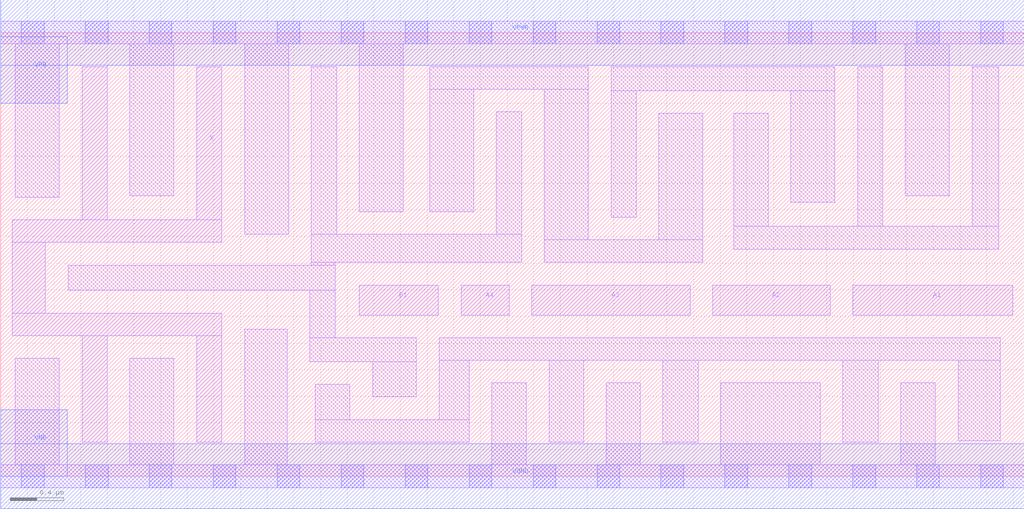
<source format=lef>
# Copyright 2020 The SkyWater PDK Authors
#
# Licensed under the Apache License, Version 2.0 (the "License");
# you may not use this file except in compliance with the License.
# You may obtain a copy of the License at
#
#     https://www.apache.org/licenses/LICENSE-2.0
#
# Unless required by applicable law or agreed to in writing, software
# distributed under the License is distributed on an "AS IS" BASIS,
# WITHOUT WARRANTIES OR CONDITIONS OF ANY KIND, either express or implied.
# See the License for the specific language governing permissions and
# limitations under the License.
#
# SPDX-License-Identifier: Apache-2.0

VERSION 5.5 ;
NAMESCASESENSITIVE ON ;
BUSBITCHARS "[]" ;
DIVIDERCHAR "/" ;
MACRO sky130_fd_sc_lp__o41a_4
  CLASS CORE ;
  SOURCE USER ;
  ORIGIN  0.000000  0.000000 ;
  SIZE  7.680000 BY  3.330000 ;
  SYMMETRY X Y R90 ;
  SITE unit ;
  PIN A1
    ANTENNAGATEAREA  0.630000 ;
    DIRECTION INPUT ;
    USE SIGNAL ;
    PORT
      LAYER li1 ;
        RECT 6.395000 1.210000 7.595000 1.435000 ;
    END
  END A1
  PIN A2
    ANTENNAGATEAREA  0.630000 ;
    DIRECTION INPUT ;
    USE SIGNAL ;
    PORT
      LAYER li1 ;
        RECT 5.345000 1.210000 6.225000 1.435000 ;
    END
  END A2
  PIN A3
    ANTENNAGATEAREA  0.630000 ;
    DIRECTION INPUT ;
    USE SIGNAL ;
    PORT
      LAYER li1 ;
        RECT 3.985000 1.210000 5.175000 1.435000 ;
    END
  END A3
  PIN A4
    ANTENNAGATEAREA  0.630000 ;
    DIRECTION INPUT ;
    USE SIGNAL ;
    PORT
      LAYER li1 ;
        RECT 3.455000 1.210000 3.815000 1.435000 ;
    END
  END A4
  PIN B1
    ANTENNAGATEAREA  0.630000 ;
    DIRECTION INPUT ;
    USE SIGNAL ;
    PORT
      LAYER li1 ;
        RECT 2.690000 1.210000 3.285000 1.435000 ;
    END
  END B1
  PIN X
    ANTENNADIFFAREA  1.176000 ;
    DIRECTION OUTPUT ;
    USE SIGNAL ;
    PORT
      LAYER li1 ;
        RECT 0.085000 1.055000 1.660000 1.225000 ;
        RECT 0.085000 1.225000 0.335000 1.755000 ;
        RECT 0.085000 1.755000 1.660000 1.925000 ;
        RECT 0.610000 0.255000 0.800000 1.055000 ;
        RECT 0.610000 1.925000 0.800000 3.075000 ;
        RECT 1.470000 0.255000 1.660000 1.055000 ;
        RECT 1.470000 1.925000 1.660000 3.075000 ;
    END
  END X
  PIN VGND
    DIRECTION INOUT ;
    USE GROUND ;
    PORT
      LAYER met1 ;
        RECT 0.000000 -0.245000 7.680000 0.245000 ;
    END
  END VGND
  PIN VNB
    DIRECTION INOUT ;
    USE GROUND ;
    PORT
    END
  END VNB
  PIN VPB
    DIRECTION INOUT ;
    USE POWER ;
    PORT
    END
  END VPB
  PIN VNB
    DIRECTION INOUT ;
    USE GROUND ;
    PORT
      LAYER met1 ;
        RECT 0.000000 0.000000 0.500000 0.500000 ;
    END
  END VNB
  PIN VPB
    DIRECTION INOUT ;
    USE POWER ;
    PORT
      LAYER met1 ;
        RECT 0.000000 2.800000 0.500000 3.300000 ;
    END
  END VPB
  PIN VPWR
    DIRECTION INOUT ;
    USE POWER ;
    PORT
      LAYER met1 ;
        RECT 0.000000 3.085000 7.680000 3.575000 ;
    END
  END VPWR
  OBS
    LAYER li1 ;
      RECT 0.000000 -0.085000 7.680000 0.085000 ;
      RECT 0.000000  3.245000 7.680000 3.415000 ;
      RECT 0.110000  0.085000 0.440000 0.885000 ;
      RECT 0.110000  2.095000 0.440000 3.245000 ;
      RECT 0.505000  1.395000 2.510000 1.585000 ;
      RECT 0.970000  0.085000 1.300000 0.885000 ;
      RECT 0.970000  2.105000 1.300000 3.245000 ;
      RECT 1.830000  0.085000 2.150000 1.105000 ;
      RECT 1.830000  1.815000 2.160000 3.245000 ;
      RECT 2.320000  0.860000 3.120000 1.040000 ;
      RECT 2.320000  1.040000 2.510000 1.395000 ;
      RECT 2.330000  1.585000 2.510000 1.605000 ;
      RECT 2.330000  1.605000 3.910000 1.815000 ;
      RECT 2.330000  1.815000 2.520000 3.075000 ;
      RECT 2.360000  0.255000 3.515000 0.425000 ;
      RECT 2.360000  0.425000 2.620000 0.690000 ;
      RECT 2.690000  1.985000 3.020000 3.245000 ;
      RECT 2.790000  0.595000 3.120000 0.860000 ;
      RECT 3.220000  1.985000 3.550000 2.905000 ;
      RECT 3.220000  2.905000 4.410000 3.075000 ;
      RECT 3.290000  0.425000 3.515000 0.870000 ;
      RECT 3.290000  0.870000 7.500000 1.040000 ;
      RECT 3.685000  0.085000 3.945000 0.700000 ;
      RECT 3.720000  1.815000 3.910000 2.735000 ;
      RECT 4.080000  1.605000 5.270000 1.775000 ;
      RECT 4.080000  1.775000 4.410000 2.905000 ;
      RECT 4.115000  0.255000 4.375000 0.870000 ;
      RECT 4.545000  0.085000 4.800000 0.700000 ;
      RECT 4.580000  1.945000 4.770000 2.895000 ;
      RECT 4.580000  2.895000 6.260000 3.075000 ;
      RECT 4.940000  1.775000 5.270000 2.725000 ;
      RECT 4.970000  0.255000 5.235000 0.870000 ;
      RECT 5.405000  0.085000 6.150000 0.700000 ;
      RECT 5.500000  1.705000 7.490000 1.875000 ;
      RECT 5.500000  1.875000 5.760000 2.725000 ;
      RECT 5.930000  2.055000 6.260000 2.895000 ;
      RECT 6.320000  0.255000 6.585000 0.870000 ;
      RECT 6.430000  1.875000 6.620000 3.075000 ;
      RECT 6.755000  0.085000 7.015000 0.700000 ;
      RECT 6.790000  2.105000 7.120000 3.245000 ;
      RECT 7.185000  0.265000 7.500000 0.870000 ;
      RECT 7.290000  1.875000 7.490000 3.075000 ;
    LAYER mcon ;
      RECT 0.155000 -0.085000 0.325000 0.085000 ;
      RECT 0.155000  3.245000 0.325000 3.415000 ;
      RECT 0.635000 -0.085000 0.805000 0.085000 ;
      RECT 0.635000  3.245000 0.805000 3.415000 ;
      RECT 1.115000 -0.085000 1.285000 0.085000 ;
      RECT 1.115000  3.245000 1.285000 3.415000 ;
      RECT 1.595000 -0.085000 1.765000 0.085000 ;
      RECT 1.595000  3.245000 1.765000 3.415000 ;
      RECT 2.075000 -0.085000 2.245000 0.085000 ;
      RECT 2.075000  3.245000 2.245000 3.415000 ;
      RECT 2.555000 -0.085000 2.725000 0.085000 ;
      RECT 2.555000  3.245000 2.725000 3.415000 ;
      RECT 3.035000 -0.085000 3.205000 0.085000 ;
      RECT 3.035000  3.245000 3.205000 3.415000 ;
      RECT 3.515000 -0.085000 3.685000 0.085000 ;
      RECT 3.515000  3.245000 3.685000 3.415000 ;
      RECT 3.995000 -0.085000 4.165000 0.085000 ;
      RECT 3.995000  3.245000 4.165000 3.415000 ;
      RECT 4.475000 -0.085000 4.645000 0.085000 ;
      RECT 4.475000  3.245000 4.645000 3.415000 ;
      RECT 4.955000 -0.085000 5.125000 0.085000 ;
      RECT 4.955000  3.245000 5.125000 3.415000 ;
      RECT 5.435000 -0.085000 5.605000 0.085000 ;
      RECT 5.435000  3.245000 5.605000 3.415000 ;
      RECT 5.915000 -0.085000 6.085000 0.085000 ;
      RECT 5.915000  3.245000 6.085000 3.415000 ;
      RECT 6.395000 -0.085000 6.565000 0.085000 ;
      RECT 6.395000  3.245000 6.565000 3.415000 ;
      RECT 6.875000 -0.085000 7.045000 0.085000 ;
      RECT 6.875000  3.245000 7.045000 3.415000 ;
      RECT 7.355000 -0.085000 7.525000 0.085000 ;
      RECT 7.355000  3.245000 7.525000 3.415000 ;
  END
END sky130_fd_sc_lp__o41a_4
END LIBRARY

</source>
